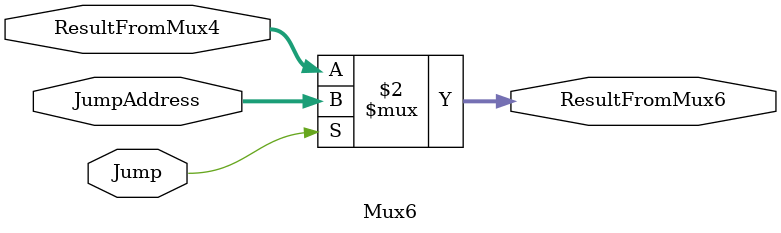
<source format=v>
`timescale 1ns / 1ps


module Mux6(
    input Jump,
    input [31:0] ResultFromMux4,
    input [31:0] JumpAddress,
    output [31:0] ResultFromMux6
    );
    assign ResultFromMux6 = (Jump == 1) ? JumpAddress : ResultFromMux4;
endmodule

</source>
